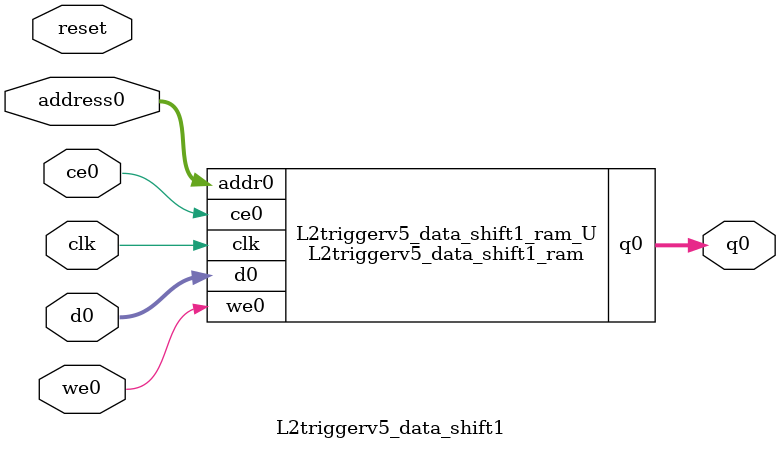
<source format=v>

`timescale 1 ns / 1 ps
module L2triggerv5_data_shift1_ram (addr0, ce0, d0, we0, q0,  clk);

parameter DWIDTH = 17;
parameter AWIDTH = 14;
parameter MEM_SIZE = 9216;

input[AWIDTH-1:0] addr0;
input ce0;
input[DWIDTH-1:0] d0;
input we0;
output reg[DWIDTH-1:0] q0;
input clk;

(* ram_style = "block" *)reg [DWIDTH-1:0] ram[MEM_SIZE-1:0];




always @(posedge clk)  
begin 
    if (ce0) 
    begin
        if (we0) 
        begin 
            ram[addr0] <= d0; 
            q0 <= d0;
        end 
        else 
            q0 <= ram[addr0];
    end
end


endmodule


`timescale 1 ns / 1 ps
module L2triggerv5_data_shift1(
    reset,
    clk,
    address0,
    ce0,
    we0,
    d0,
    q0);

parameter DataWidth = 32'd17;
parameter AddressRange = 32'd9216;
parameter AddressWidth = 32'd14;
input reset;
input clk;
input[AddressWidth - 1:0] address0;
input ce0;
input we0;
input[DataWidth - 1:0] d0;
output[DataWidth - 1:0] q0;



L2triggerv5_data_shift1_ram L2triggerv5_data_shift1_ram_U(
    .clk( clk ),
    .addr0( address0 ),
    .ce0( ce0 ),
    .d0( d0 ),
    .we0( we0 ),
    .q0( q0 ));

endmodule


</source>
